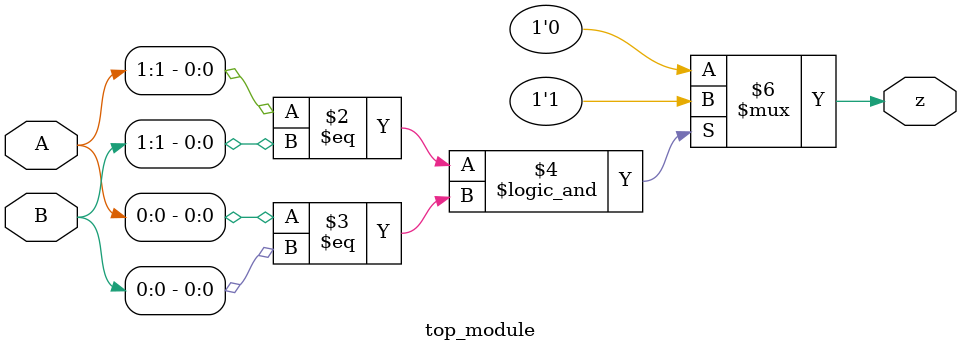
<source format=sv>
module top_module(
    input [1:0] A,
    input [1:0] B,
    output reg z
);

    // Correction: Add always block to compare the inputs bit-by-bit
    always @(*) begin
        // Comparison logic
        if (A[1] == B[1] && A[0] == B[0]) begin
            z = 1;
        end
        else begin
            z = 0;
        end
    end

endmodule

</source>
